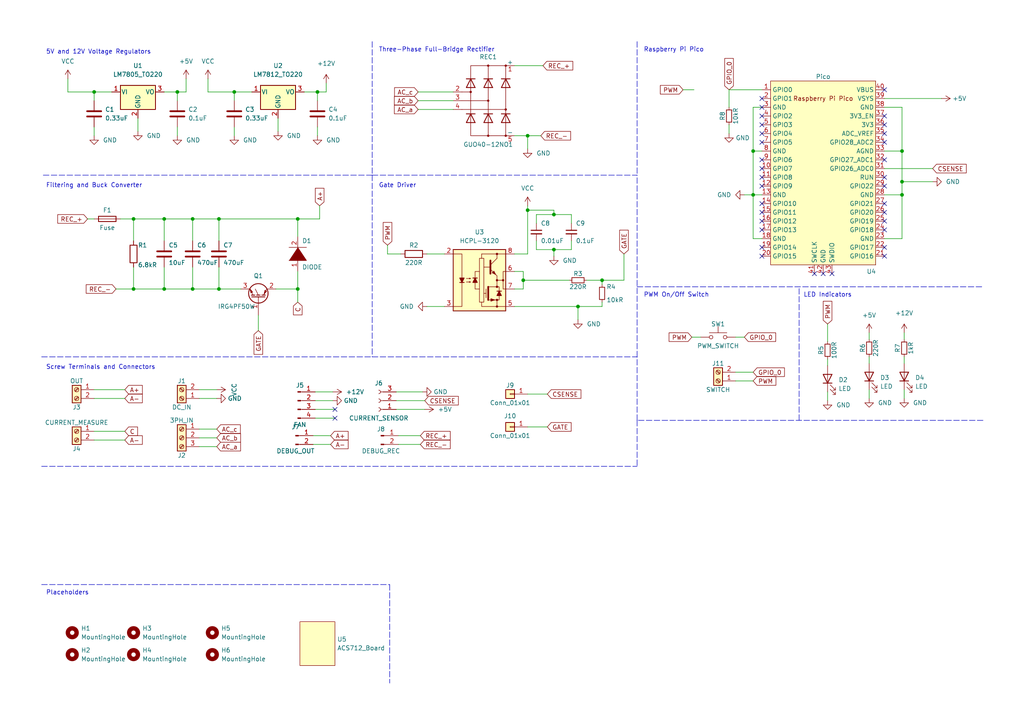
<source format=kicad_sch>
(kicad_sch (version 20211123) (generator eeschema)
  (paper "A4")
  (title_block (title "DC Motor Drive") (date "2022-12-28") (rev "V3") (company "MeteK") (comment 1 "Metehan Küçükler"))
  (lib_symbols
    (symbol "Connector:Conn_01x02_Male" (pin_names (offset 1.016) hide)
      (property "Reference" "J" (at 0 2.54 0))
      (property "Value" "Conn_01x02_Male" (at 0 -5.08 0))
      (symbol "Conn_01x02_Male_1_1"
        (pin passive line (at 5.08 0 180) (length 3.81) (name "Pin_1") (number "1"))
        (pin passive line (at 5.08 -2.54 180) (length 3.81) (name "Pin_2") (number "2"))
      )
    )
    (symbol "Connector:Conn_01x03_Female" (pin_names (offset 1.016) hide)
      (property "Reference" "J" (at 0 5.08 0))
      (property "Value" "Conn_01x03_Female" (at 0 -5.08 0))
      (symbol "Conn_01x03_Female_1_1"
        (pin passive line (at -5.08 2.54 0) (length 3.81) (name "Pin_1") (number "1"))
        (pin passive line (at -5.08 0 0) (length 3.81) (name "Pin_2") (number "2"))
        (pin passive line (at -5.08 -2.54 0) (length 3.81) (name "Pin_3") (number "3"))
      )
    )
    (symbol "Connector:Conn_01x04_Male" (pin_names (offset 1.016) hide)
      (property "Reference" "J" (at 0 5.08 0))
      (property "Value" "Conn_01x04_Male" (at 0 -7.62 0))
      (symbol "Conn_01x04_Male_1_1"
        (pin passive line (at 5.08 2.54 180) (length 3.81) (name "Pin_1") (number "1"))
        (pin passive line (at 5.08 0 180) (length 3.81) (name "Pin_2") (number "2"))
        (pin passive line (at 5.08 -2.54 180) (length 3.81) (name "Pin_3") (number "3"))
        (pin passive line (at 5.08 -5.08 180) (length 3.81) (name "Pin_4") (number "4"))
      )
    )
    (symbol "Connector:Screw_Terminal_01x02" (pin_names (offset 1.016) hide)
      (property "Reference" "J" (at 0 2.54 0))
      (property "Value" "Screw_Terminal_01x02" (at 0 -5.08 0))
      (symbol "Screw_Terminal_01x02_1_1"
        (pin passive line (at -5.08 0 0) (length 3.81) (name "Pin_1") (number "1"))
        (pin passive line (at -5.08 -2.54 0) (length 3.81) (name "Pin_2") (number "2"))
      )
    )
    (symbol "Connector:Screw_Terminal_01x03" (pin_names (offset 1.016) hide)
      (property "Reference" "J" (at 0 5.08 0))
      (property "Value" "Screw_Terminal_01x03" (at 0 -5.08 0))
      (symbol "Screw_Terminal_01x03_1_1"
        (pin passive line (at -5.08 2.54 0) (length 3.81) (name "Pin_1") (number "1"))
        (pin passive line (at -5.08 0 0) (length 3.81) (name "Pin_2") (number "2"))
        (pin passive line (at -5.08 -2.54 0) (length 3.81) (name "Pin_3") (number "3"))
      )
    )
    (symbol "Connector_Generic:Conn_01x01" (pin_names (offset 1.016) hide)
      (property "Reference" "J" (at 0 2.54 0))
      (property "Value" "Conn_01x01" (at 0 -2.54 0))
      (symbol "Conn_01x01_1_1"
        (pin passive line (at -5.08 0 0) (length 3.81) (name "Pin_1") (number "1"))
      )
    )
    (symbol "Device:C" (pin_numbers hide) (pin_names (offset 0.254))
      (property "Reference" "C" (at 0.635 2.54 0))
      (property "Value" "C" (at 0.635 -2.54 0))
      (symbol "C_1_1"
        (pin passive line (at 0 3.81 270) (length 2.794) (name "~") (number "1"))
        (pin passive line (at 0 -3.81 90) (length 2.794) (name "~") (number "2"))
      )
    )
    (symbol "Device:C_Small" (pin_numbers hide) (pin_names (offset 0.254) hide)
      (property "Reference" "C" (at 0.254 1.778 0))
      (property "Value" "C_Small" (at 0.254 -2.032 0))
      (symbol "C_Small_1_1"
        (pin passive line (at 0 2.54 270) (length 2.032) (name "~") (number "1"))
        (pin passive line (at 0 -2.54 90) (length 2.032) (name "~") (number "2"))
      )
    )
    (symbol "Device:Fuse" (pin_numbers hide) (pin_names (offset 0))
      (property "Reference" "F" (at 2.032 0 90))
      (property "Value" "Fuse" (at -1.905 0 90))
      (symbol "Fuse_1_1"
        (pin passive line (at 0 3.81 270) (length 1.27) (name "~") (number "1"))
        (pin passive line (at 0 -3.81 90) (length 1.27) (name "~") (number "2"))
      )
    )
    (symbol "Device:LED" (pin_numbers hide) (pin_names (offset 1.016) hide)
      (property "Reference" "D" (at 0 2.54 0))
      (property "Value" "LED" (at 0 -2.54 0))
      (symbol "LED_1_1"
        (pin passive line (at -3.81 0 0) (length 2.54) (name "K") (number "1"))
        (pin passive line (at 3.81 0 180) (length 2.54) (name "A") (number "2"))
      )
    )
    (symbol "Device:R" (pin_numbers hide) (pin_names (offset 0))
      (property "Reference" "R" (at 2.032 0 90))
      (property "Value" "R" (at 0 0 90))
      (symbol "R_1_1"
        (pin passive line (at 0 3.81 270) (length 1.27) (name "~") (number "1"))
        (pin passive line (at 0 -3.81 90) (length 1.27) (name "~") (number "2"))
      )
    )
    (symbol "Device:R_Small" (pin_numbers hide) (pin_names (offset 0.254) hide)
      (property "Reference" "R" (at 0.762 0.508 0))
      (property "Value" "R_Small" (at 0.762 -1.016 0))
      (symbol "R_Small_1_1"
        (pin passive line (at 0 2.54 270) (length 0.762) (name "~") (number "1"))
        (pin passive line (at 0 -2.54 90) (length 0.762) (name "~") (number "2"))
      )
    )
    (symbol "Diode_Bridge:GUO40-12NO1" (pin_names (offset 0))
      (property "Reference" "D" (at 0 17.78 0))
      (property "Value" "GUO40-12NO1" (at 0 15.24 0))
      (symbol "GUO40-12NO1_1_1"
        (pin passive line (at 7.62 10.16 180) (length 2.54) (name "+") (number "1"))
        (pin passive line (at -10.16 2.54 0) (length 2.54) (name "~") (number "2"))
        (pin passive line (at -10.16 0 0) (length 2.54) (name "~") (number "3"))
        (pin passive line (at -10.16 -2.54 0) (length 2.54) (name "~") (number "4"))
        (pin passive line (at 7.62 -10.16 180) (length 2.54) (name "-") (number "5"))
      )
    )
    (symbol "Driver_FET:HCPL-3120" (pin_names hide)
      (property "Reference" "U" (at 0 12.7 0))
      (property "Value" "HCPL-3120" (at 0 10.16 0))
      (symbol "HCPL-3120_1_1"
        (pin no_connect line (at -7.62 2.54 0) (length 2.54) hide (name "NC") (number "1"))
        (pin passive line (at -10.16 7.62 0) (length 2.54) (name "A") (number "2"))
        (pin passive line (at -10.16 -7.62 0) (length 2.54) (name "C") (number "3"))
        (pin no_connect line (at -7.62 -2.54 0) (length 2.54) hide (name "NC") (number "4"))
        (pin power_out line (at 10.16 -7.62 180) (length 2.54) (name "VEE") (number "5"))
        (pin output line (at 10.16 2.54 180) (length 2.54) (name "VO") (number "6"))
        (pin output line (at 10.16 -2.54 180) (length 2.54) (name "VO") (number "7"))
        (pin power_in line (at 10.16 7.62 180) (length 2.54) (name "VCC") (number "8"))
      )
    )
    (symbol "MCU_RaspberryPi_and_Boards:Pico"
      (property "Reference" "U" (at -13.97 27.94 0))
      (property "Value" "Pico" (at 0 19.05 0))
      (symbol "Pico_0_0"
        (text "Raspberry Pi Pico" (at 0 21.59 0) (effects (font (size 1.27 1.27))))
      )
      (symbol "Pico_1_1"
        (pin bidirectional line (at -17.78 24.13 0) (length 2.54) (name "GPIO0") (number "1"))
        (pin bidirectional line (at -17.78 1.27 0) (length 2.54) (name "GPIO7") (number "10"))
        (pin bidirectional line (at -17.78 -1.27 0) (length 2.54) (name "GPIO8") (number "11"))
        (pin bidirectional line (at -17.78 -3.81 0) (length 2.54) (name "GPIO9") (number "12"))
        (pin power_in line (at -17.78 -6.35 0) (length 2.54) (name "GND") (number "13"))
        (pin bidirectional line (at -17.78 -8.89 0) (length 2.54) (name "GPIO10") (number "14"))
        (pin bidirectional line (at -17.78 -11.43 0) (length 2.54) (name "GPIO11") (number "15"))
        (pin bidirectional line (at -17.78 -13.97 0) (length 2.54) (name "GPIO12") (number "16"))
        (pin bidirectional line (at -17.78 -16.51 0) (length 2.54) (name "GPIO13") (number "17"))
        (pin power_in line (at -17.78 -19.05 0) (length 2.54) (name "GND") (number "18"))
        (pin bidirectional line (at -17.78 -21.59 0) (length 2.54) (name "GPIO14") (number "19"))
        (pin bidirectional line (at -17.78 21.59 0) (length 2.54) (name "GPIO1") (number "2"))
        (pin bidirectional line (at -17.78 -24.13 0) (length 2.54) (name "GPIO15") (number "20"))
        (pin bidirectional line (at 17.78 -24.13 180) (length 2.54) (name "GPIO16") (number "21"))
        (pin bidirectional line (at 17.78 -21.59 180) (length 2.54) (name "GPIO17") (number "22"))
        (pin power_in line (at 17.78 -19.05 180) (length 2.54) (name "GND") (number "23"))
        (pin bidirectional line (at 17.78 -16.51 180) (length 2.54) (name "GPIO18") (number "24"))
        (pin bidirectional line (at 17.78 -13.97 180) (length 2.54) (name "GPIO19") (number "25"))
        (pin bidirectional line (at 17.78 -11.43 180) (length 2.54) (name "GPIO20") (number "26"))
        (pin bidirectional line (at 17.78 -8.89 180) (length 2.54) (name "GPIO21") (number "27"))
        (pin power_in line (at 17.78 -6.35 180) (length 2.54) (name "GND") (number "28"))
        (pin bidirectional line (at 17.78 -3.81 180) (length 2.54) (name "GPIO22") (number "29"))
        (pin power_in line (at -17.78 19.05 0) (length 2.54) (name "GND") (number "3"))
        (pin input line (at 17.78 -1.27 180) (length 2.54) (name "RUN") (number "30"))
        (pin bidirectional line (at 17.78 1.27 180) (length 2.54) (name "GPIO26_ADC0") (number "31"))
        (pin bidirectional line (at 17.78 3.81 180) (length 2.54) (name "GPIO27_ADC1") (number "32"))
        (pin power_in line (at 17.78 6.35 180) (length 2.54) (name "AGND") (number "33"))
        (pin bidirectional line (at 17.78 8.89 180) (length 2.54) (name "GPIO28_ADC2") (number "34"))
        (pin power_in line (at 17.78 11.43 180) (length 2.54) (name "ADC_VREF") (number "35"))
        (pin power_in line (at 17.78 13.97 180) (length 2.54) (name "3V3") (number "36"))
        (pin input line (at 17.78 16.51 180) (length 2.54) (name "3V3_EN") (number "37"))
        (pin bidirectional line (at 17.78 19.05 180) (length 2.54) (name "GND") (number "38"))
        (pin power_in line (at 17.78 21.59 180) (length 2.54) (name "VSYS") (number "39"))
        (pin bidirectional line (at -17.78 16.51 0) (length 2.54) (name "GPIO2") (number "4"))
        (pin power_in line (at 17.78 24.13 180) (length 2.54) (name "VBUS") (number "40"))
        (pin input line (at -2.54 -29.21 90) (length 2.54) (name "SWCLK") (number "41"))
        (pin power_in line (at 0 -29.21 90) (length 2.54) (name "GND") (number "42"))
        (pin bidirectional line (at 2.54 -29.21 90) (length 2.54) (name "SWDIO") (number "43"))
        (pin bidirectional line (at -17.78 13.97 0) (length 2.54) (name "GPIO3") (number "5"))
        (pin bidirectional line (at -17.78 11.43 0) (length 2.54) (name "GPIO4") (number "6"))
        (pin bidirectional line (at -17.78 8.89 0) (length 2.54) (name "GPIO5") (number "7"))
        (pin power_in line (at -17.78 6.35 0) (length 2.54) (name "GND") (number "8"))
        (pin bidirectional line (at -17.78 3.81 0) (length 2.54) (name "GPIO6") (number "9"))
      )
    )
    (symbol "Mechanical:MountingHole" (pin_names (offset 1.016))
      (property "Reference" "H" (at 0 5.08 0))
      (property "Value" "MountingHole" (at 0 3.175 0))
    )
    (symbol "New_Library:ACS712_Board"
      (property "Reference" "U" (at 0 0 0))
      (property "Value" "ACS712_Board" (at 0 0 0))
    )
    (symbol "Regulator_Linear:LM7805_TO220" (pin_names (offset 0.254))
      (property "Reference" "U" (at -3.81 3.175 0))
      (property "Value" "LM7805_TO220" (at 0 3.175 0))
      (symbol "LM7805_TO220_1_1"
        (pin power_in line (at -7.62 0 0) (length 2.54) (name "VI") (number "1"))
        (pin power_in line (at 0 -7.62 90) (length 2.54) (name "GND") (number "2"))
        (pin power_out line (at 7.62 0 180) (length 2.54) (name "VO") (number "3"))
      )
    )
    (symbol "Regulator_Linear:LM7812_TO220" (pin_names (offset 0.254))
      (property "Reference" "U" (at -3.81 3.175 0))
      (property "Value" "LM7812_TO220" (at 0 3.175 0))
      (symbol "LM7812_TO220_1_1"
        (pin power_in line (at -7.62 0 0) (length 2.54) (name "VI") (number "1"))
        (pin power_in line (at 0 -7.62 90) (length 2.54) (name "GND") (number "2"))
        (pin power_out line (at 7.62 0 180) (length 2.54) (name "VO") (number "3"))
      )
    )
    (symbol "Switch:SW_Push" (pin_numbers hide) (pin_names (offset 1.016) hide)
      (property "Reference" "SW" (at 1.27 2.54 0))
      (property "Value" "SW_Push" (at 0 -1.524 0))
      (symbol "SW_Push_0_1"
        (pin passive line (at -5.08 0 0) (length 2.54) (name "1") (number "1"))
        (pin passive line (at 5.08 0 180) (length 2.54) (name "2") (number "2"))
      )
    )
    (symbol "Transistor_IGBT:IRG4PF50W" (pin_names (offset 0) hide)
      (property "Reference" "Q" (at 5.08 1.905 0))
      (property "Value" "IRG4PF50W" (at 5.08 0 0))
      (symbol "IRG4PF50W_1_1"
        (pin input line (at -5.08 0 0) (length 5.08) (name "G") (number "1"))
        (pin passive line (at 2.54 5.08 270) (length 2.54) (name "C") (number "2"))
        (pin passive line (at 2.54 -5.08 90) (length 2.54) (name "E") (number "3"))
      )
    )
    (symbol "power:+12V" (power) (pin_names (offset 0))
      (property "Value" "+12V" (at 0 3.556 0))
      (symbol "+12V_1_1"
        (pin power_in line (at 0 0 90) (length 0) hide (name "+12V") (number "1"))
      )
    )
    (symbol "power:+5V" (power) (pin_names (offset 0))
      (property "Value" "+5V" (at 0 3.556 0))
      (symbol "+5V_1_1"
        (pin power_in line (at 0 0 90) (length 0) hide (name "+5V") (number "1"))
      )
    )
    (symbol "power:GND" (power) (pin_names (offset 0))
      (property "Value" "GND" (at 0 -3.81 0))
      (symbol "GND_1_1"
        (pin power_in line (at 0 0 270) (length 0) hide (name "GND") (number "1"))
      )
    )
    (symbol "power:VCC" (power) (pin_names (offset 0))
      (property "Value" "VCC" (at 0 3.81 0))
      (symbol "VCC_1_1"
        (pin power_in line (at 0 0 90) (length 0) hide (name "VCC") (number "1"))
      )
    )
    (symbol "pspice:DIODE" (pin_names (offset 1.016) hide)
      (property "Reference" "D" (at 0 3.81 0))
      (property "Value" "DIODE" (at 0 -4.445 0))
      (symbol "DIODE_1_1"
        (pin input line (at -5.08 0 0) (length 3.81) (name "K") (number "1"))
        (pin input line (at 5.08 0 180) (length 3.81) (name "A") (number "2"))
      )
    )
  )
  (junction (at 47.625 83.82))
  (junction (at 27.305 26.67))
  (junction (at 38.735 83.82))
  (junction (at 261.62 52.705))
  (junction (at 86.36 83.82))
  (junction (at 92.075 26.67))
  (junction (at 261.62 56.515))
  (junction (at 55.88 63.5))
  (junction (at 55.88 83.82))
  (junction (at 47.625 63.5))
  (junction (at 160.655 62.23))
  (junction (at 167.64 88.9))
  (junction (at 63.5 63.5))
  (junction (at 160.655 72.39))
  (junction (at 218.44 56.515))
  (junction (at 153.035 39.37))
  (junction (at 38.735 63.5))
  (junction (at 67.945 26.67))
  (junction (at 86.36 63.5))
  (junction (at 153.035 60.96))
  (junction (at 51.435 26.67))
  (junction (at 63.5 83.82))
  (junction (at 261.62 43.815))
  (junction (at 151.765 81.28))
  (junction (at 174.625 81.28))
  (junction (at 218.44 43.815))
  (no_connect (at 220.98 51.435))
  (no_connect (at 220.98 48.895))
  (no_connect (at 220.98 59.055))
  (no_connect (at 220.98 64.135))
  (no_connect (at 220.98 71.755))
  (no_connect (at 220.98 28.575))
  (no_connect (at 256.54 64.135))
  (no_connect (at 256.54 66.675))
  (no_connect (at 220.98 38.735))
  (no_connect (at 256.54 59.055))
  (no_connect (at 236.22 79.375))
  (no_connect (at 256.54 46.355))
  (no_connect (at 220.98 74.295))
  (no_connect (at 220.98 31.115))
  (no_connect (at 256.54 26.035))
  (no_connect (at 256.54 38.735))
  (no_connect (at 220.98 41.275))
  (no_connect (at 220.98 61.595))
  (no_connect (at 256.54 33.655))
  (no_connect (at 256.54 41.275))
  (no_connect (at 238.76 79.375))
  (no_connect (at 256.54 51.435))
  (no_connect (at 220.98 33.655))
  (no_connect (at 220.98 36.195))
  (no_connect (at 97.155 118.745))
  (no_connect (at 241.3 79.375))
  (no_connect (at 256.54 74.295))
  (no_connect (at 220.98 46.355))
  (no_connect (at 256.54 71.755))
  (no_connect (at 97.155 121.285))
  (no_connect (at 256.54 36.195))
  (no_connect (at 256.54 53.975))
  (no_connect (at 220.98 66.675))
  (no_connect (at 256.54 61.595))
  (no_connect (at 220.98 53.975))
  (wire (pts (xy 121.92 126.365) (xy 115.57 126.365)))
  (wire (pts (xy 256.54 43.815) (xy 261.62 43.815)))
  (wire (pts (xy 170.18 81.28) (xy 174.625 81.28)))
  (wire (pts (xy 218.44 56.515) (xy 220.98 56.515)))
  (wire (pts (xy 63.5 77.47) (xy 63.5 83.82)))
  (wire (pts (xy 38.735 77.47) (xy 38.735 83.82)))
  (wire (pts (xy 27.305 26.67) (xy 32.385 26.67)))
  (wire (pts (xy 158.75 114.3) (xy 153.035 114.3)))
  (wire (pts (xy 211.455 31.115) (xy 211.455 26.035)))
  (wire (pts (xy 63.5 69.85) (xy 63.5 63.5)))
  (wire (pts (xy 63.5 83.82) (xy 69.85 83.82)))
  (wire (pts (xy 123.825 88.9) (xy 128.905 88.9)))
  (wire (pts (xy 211.455 38.735) (xy 211.455 36.195)))
  (wire (pts (xy 218.44 69.215) (xy 220.98 69.215)))
  (wire (pts (xy 121.285 31.75) (xy 131.445 31.75)))
  (wire (pts (xy 261.62 52.705) (xy 261.62 56.515)))
  (wire (pts (xy 256.54 28.575) (xy 273.05 28.575)))
  (wire (pts (xy 92.075 36.83) (xy 92.075 39.37)))
  (polyline (pts (xy 184.785 103.505) (xy 184.785 50.8)))
  (polyline (pts (xy 285.115 121.92) (xy 184.785 121.92)))
  (wire (pts (xy 149.225 19.05) (xy 157.48 19.05)))
  (wire (pts (xy 27.305 127.635) (xy 36.195 127.635)))
  (wire (pts (xy 38.735 63.5) (xy 47.625 63.5)))
  (wire (pts (xy 261.62 52.705) (xy 270.51 52.705)))
  (wire (pts (xy 262.255 98.425) (xy 262.255 96.52)))
  (wire (pts (xy 67.945 26.67) (xy 67.945 29.21)))
  (polyline (pts (xy 12.065 169.545) (xy 113.03 169.545)))
  (wire (pts (xy 55.88 63.5) (xy 63.5 63.5)))
  (wire (pts (xy 86.36 78.74) (xy 86.36 83.82)))
  (wire (pts (xy 261.62 43.815) (xy 261.62 52.705)))
  (wire (pts (xy 155.575 69.85) (xy 155.575 72.39)))
  (wire (pts (xy 92.71 59.69) (xy 92.71 63.5)))
  (wire (pts (xy 55.88 69.85) (xy 55.88 63.5)))
  (wire (pts (xy 213.36 97.79) (xy 215.9 97.79)))
  (wire (pts (xy 27.305 26.67) (xy 27.305 29.21)))
  (wire (pts (xy 57.785 113.03) (xy 62.865 113.03)))
  (wire (pts (xy 149.225 88.9) (xy 167.64 88.9)))
  (wire (pts (xy 174.625 87.63) (xy 174.625 88.9)))
  (wire (pts (xy 200.66 97.79) (xy 203.2 97.79)))
  (wire (pts (xy 53.975 22.86) (xy 53.975 26.67)))
  (wire (pts (xy 55.88 83.82) (xy 55.88 77.47)))
  (wire (pts (xy 63.5 63.5) (xy 86.36 63.5)))
  (wire (pts (xy 67.945 26.67) (xy 73.025 26.67)))
  (polyline (pts (xy 107.95 12.065) (xy 107.95 50.8)))
  (wire (pts (xy 91.44 118.745) (xy 97.155 118.745)))
  (wire (pts (xy 256.54 56.515) (xy 261.62 56.515)))
  (wire (pts (xy 174.625 81.28) (xy 174.625 82.55)))
  (wire (pts (xy 215.9 56.515) (xy 218.44 56.515)))
  (wire (pts (xy 92.075 26.67) (xy 94.615 26.67)))
  (wire (pts (xy 261.62 56.515) (xy 261.62 69.215)))
  (wire (pts (xy 60.325 26.67) (xy 67.945 26.67)))
  (wire (pts (xy 121.285 26.67) (xy 131.445 26.67)))
  (polyline (pts (xy 12.065 135.255) (xy 184.785 135.255)))
  (wire (pts (xy 167.64 92.71) (xy 167.64 88.9)))
  (wire (pts (xy 86.36 83.82) (xy 86.36 87.63)))
  (wire (pts (xy 160.655 62.23) (xy 165.735 62.23)))
  (wire (pts (xy 51.435 26.67) (xy 53.975 26.67)))
  (wire (pts (xy 262.255 103.505) (xy 262.255 105.41)))
  (wire (pts (xy 112.395 73.66) (xy 116.205 73.66)))
  (wire (pts (xy 153.035 73.66) (xy 149.225 73.66)))
  (wire (pts (xy 47.625 83.82) (xy 55.88 83.82)))
  (wire (pts (xy 38.735 83.82) (xy 47.625 83.82)))
  (wire (pts (xy 51.435 26.67) (xy 51.435 29.21)))
  (polyline (pts (xy 107.95 50.8) (xy 12.065 50.8)))
  (wire (pts (xy 252.095 103.505) (xy 252.095 105.41)))
  (wire (pts (xy 91.44 116.205) (xy 96.52 116.205)))
  (wire (pts (xy 121.92 128.905) (xy 115.57 128.905)))
  (wire (pts (xy 218.44 43.815) (xy 220.98 43.815)))
  (wire (pts (xy 256.54 48.895) (xy 270.51 48.895)))
  (wire (pts (xy 92.71 63.5) (xy 86.36 63.5)))
  (wire (pts (xy 180.975 73.66) (xy 180.975 81.28)))
  (wire (pts (xy 33.655 83.82) (xy 38.735 83.82)))
  (wire (pts (xy 88.265 26.67) (xy 92.075 26.67)))
  (wire (pts (xy 256.54 31.115) (xy 261.62 31.115)))
  (wire (pts (xy 218.44 56.515) (xy 218.44 43.815)))
  (wire (pts (xy 27.305 125.095) (xy 36.195 125.095)))
  (wire (pts (xy 261.62 31.115) (xy 261.62 43.815)))
  (wire (pts (xy 151.765 83.82) (xy 149.225 83.82)))
  (wire (pts (xy 160.655 74.295) (xy 160.655 72.39)))
  (wire (pts (xy 94.615 24.13) (xy 94.615 26.67)))
  (wire (pts (xy 95.885 126.365) (xy 90.805 126.365)))
  (wire (pts (xy 47.625 26.67) (xy 51.435 26.67)))
  (wire (pts (xy 19.685 26.67) (xy 27.305 26.67)))
  (wire (pts (xy 27.305 115.57) (xy 36.195 115.57)))
  (polyline (pts (xy 184.785 83.185) (xy 285.115 83.185)))
  (wire (pts (xy 19.685 22.86) (xy 19.685 26.67)))
  (wire (pts (xy 38.735 63.5) (xy 38.735 69.85)))
  (wire (pts (xy 153.035 59.69) (xy 153.035 60.96)))
  (wire (pts (xy 57.785 129.54) (xy 62.865 129.54)))
  (wire (pts (xy 252.095 98.425) (xy 252.095 96.52)))
  (wire (pts (xy 34.925 63.5) (xy 38.735 63.5)))
  (wire (pts (xy 151.765 81.28) (xy 165.1 81.28)))
  (wire (pts (xy 80.645 34.29) (xy 80.645 38.1)))
  (wire (pts (xy 57.785 115.57) (xy 62.865 115.57)))
  (polyline (pts (xy 113.03 169.545) (xy 113.03 198.12)))
  (wire (pts (xy 218.44 31.115) (xy 220.98 31.115)))
  (wire (pts (xy 155.575 72.39) (xy 160.655 72.39)))
  (wire (pts (xy 218.44 110.49) (xy 213.36 110.49)))
  (wire (pts (xy 74.93 95.885) (xy 74.93 91.44)))
  (wire (pts (xy 91.44 113.665) (xy 96.52 113.665)))
  (wire (pts (xy 80.01 83.82) (xy 86.36 83.82)))
  (polyline (pts (xy 107.95 103.505) (xy 184.785 103.505)))
  (wire (pts (xy 218.44 56.515) (xy 218.44 69.215)))
  (polyline (pts (xy 12.065 103.505) (xy 107.95 103.505)))
  (polyline (pts (xy 231.775 121.92) (xy 231.775 83.185)))
  (polyline (pts (xy 184.785 121.92) (xy 184.785 103.505)))
  (wire (pts (xy 153.035 43.18) (xy 153.035 39.37)))
  (wire (pts (xy 27.305 36.83) (xy 27.305 39.37)))
  (wire (pts (xy 167.64 88.9) (xy 174.625 88.9)))
  (wire (pts (xy 55.88 83.82) (xy 63.5 83.82)))
  (wire (pts (xy 47.625 63.5) (xy 47.625 69.85)))
  (wire (pts (xy 91.44 121.285) (xy 97.155 121.285)))
  (wire (pts (xy 57.785 124.46) (xy 62.865 124.46)))
  (wire (pts (xy 174.625 81.28) (xy 180.975 81.28)))
  (wire (pts (xy 240.03 113.665) (xy 240.03 116.205)))
  (wire (pts (xy 160.655 60.96) (xy 160.655 62.23)))
  (wire (pts (xy 198.12 26.035) (xy 201.295 26.035)))
  (wire (pts (xy 151.765 78.74) (xy 151.765 81.28)))
  (wire (pts (xy 114.935 113.665) (xy 122.555 113.665)))
  (wire (pts (xy 149.225 39.37) (xy 153.035 39.37)))
  (wire (pts (xy 165.735 72.39) (xy 165.735 69.85)))
  (wire (pts (xy 67.945 36.83) (xy 67.945 39.37)))
  (wire (pts (xy 60.325 22.86) (xy 60.325 26.67)))
  (wire (pts (xy 252.095 113.03) (xy 252.095 115.57)))
  (wire (pts (xy 240.03 93.98) (xy 240.03 99.06)))
  (wire (pts (xy 256.54 69.215) (xy 261.62 69.215)))
  (wire (pts (xy 123.825 73.66) (xy 128.905 73.66)))
  (wire (pts (xy 114.935 116.205) (xy 123.19 116.205)))
  (wire (pts (xy 262.255 113.03) (xy 262.255 115.57)))
  (wire (pts (xy 218.44 43.815) (xy 218.44 31.115)))
  (wire (pts (xy 86.36 63.5) (xy 86.36 68.58)))
  (wire (pts (xy 57.785 127) (xy 62.865 127)))
  (wire (pts (xy 153.035 39.37) (xy 156.845 39.37)))
  (wire (pts (xy 211.455 26.035) (xy 220.98 26.035)))
  (wire (pts (xy 25.4 63.5) (xy 27.305 63.5)))
  (polyline (pts (xy 184.785 12.065) (xy 184.785 50.8)))
  (wire (pts (xy 92.075 26.67) (xy 92.075 29.21)))
  (wire (pts (xy 153.035 60.96) (xy 153.035 73.66)))
  (wire (pts (xy 47.625 63.5) (xy 55.88 63.5)))
  (wire (pts (xy 158.75 123.825) (xy 153.035 123.825)))
  (wire (pts (xy 121.285 29.21) (xy 131.445 29.21)))
  (wire (pts (xy 114.935 118.745) (xy 123.19 118.745)))
  (wire (pts (xy 160.655 72.39) (xy 165.735 72.39)))
  (wire (pts (xy 95.885 128.905) (xy 90.805 128.905)))
  (wire (pts (xy 218.44 107.95) (xy 213.36 107.95)))
  (polyline (pts (xy 107.95 50.8) (xy 107.95 103.505)))
  (wire (pts (xy 153.035 60.96) (xy 160.655 60.96)))
  (wire (pts (xy 40.005 34.29) (xy 40.005 38.1)))
  (wire (pts (xy 47.625 77.47) (xy 47.625 83.82)))
  (wire (pts (xy 112.395 71.12) (xy 112.395 73.66)))
  (wire (pts (xy 149.225 78.74) (xy 151.765 78.74)))
  (polyline (pts (xy 184.785 121.92) (xy 184.785 135.255)))
  (wire (pts (xy 151.765 81.28) (xy 151.765 83.82)))
  (wire (pts (xy 27.305 113.03) (xy 36.195 113.03)))
  (wire (pts (xy 155.575 64.77) (xy 155.575 62.23)))
  (wire (pts (xy 240.03 104.14) (xy 240.03 106.045)))
  (wire (pts (xy 165.735 62.23) (xy 165.735 64.77)))
  (wire (pts (xy 155.575 62.23) (xy 160.655 62.23)))
  (polyline (pts (xy 107.95 50.8) (xy 184.785 50.8)))
  (wire (pts (xy 51.435 36.83) (xy 51.435 39.37)))
  (text "LED Indicators" (at 233.045 86.36 0) (effects (font (size 1.27 1.27)) (justify left bottom)))
  (text "5V and 12V Voltage Regulators" (at 13.335 15.875 0) (effects (font (size 1.27 1.27)) (justify left bottom)))
  (text "Gate Driver" (at 109.855 54.61 0) (effects (font (size 1.27 1.27)) (justify left bottom)))
  (text "PWM On/Off Switch" (at 186.69 86.36 0) (effects (font (size 1.27 1.27)) (justify left bottom)))
  (text "Placeholders" (at 13.335 172.72 0) (effects (font (size 1.27 1.27)) (justify left bottom)))
  (text "Three-Phase Full-Bridge Rectifier" (at 109.855 15.24 0) (effects (font (size 1.27 1.27)) (justify left bottom)))
  (text "Raspberry Pi Pico" (at 186.69 15.24 0) (effects (font (size 1.27 1.27)) (justify left bottom)))
  (text "Filtering and Buck Converter" (at 13.335 54.61 0) (effects (font (size 1.27 1.27)) (justify left bottom)))
  (text "Screw Terminals and Connectors" (at 13.335 107.315 0) (effects (font (size 1.27 1.27)) (justify left bottom)))
  (global_label "C" (shape input) (at 36.195 125.095 0) (property "Intersheet References" "${INTERSHEET_REFS}" (effects hide)))
  (global_label "AC_c" (shape input) (at 121.285 26.67 180) (property "Intersheet References" "${INTERSHEET_REFS}" (effects hide)))
  (global_label "A+" (shape input) (at 95.885 126.365 0) (property "Intersheet References" "${INTERSHEET_REFS}" (effects hide)))
  (global_label "AC_b" (shape input) (at 62.865 127 0) (property "Intersheet References" "${INTERSHEET_REFS}" (effects hide)))
  (global_label "AC_a" (shape input) (at 121.285 31.75 180) (property "Intersheet References" "${INTERSHEET_REFS}" (effects hide)))
  (global_label "CSENSE" (shape input) (at 158.75 114.3 0) (property "Intersheet References" "${INTERSHEET_REFS}" (effects hide)))
  (global_label "A+" (shape input) (at 92.71 59.69 90) (property "Intersheet References" "${INTERSHEET_REFS}" (effects hide)))
  (global_label "AC_b" (shape input) (at 121.285 29.21 180) (property "Intersheet References" "${INTERSHEET_REFS}" (effects hide)))
  (global_label "PWM" (shape input) (at 240.03 93.98 90) (property "Intersheet References" "${INTERSHEET_REFS}" (effects hide)))
  (global_label "AC_a" (shape input) (at 62.865 129.54 0) (property "Intersheet References" "${INTERSHEET_REFS}" (effects hide)))
  (global_label "REC_+" (shape input) (at 121.92 126.365 0) (property "Intersheet References" "${INTERSHEET_REFS}" (effects hide)))
  (global_label "PWM" (shape input) (at 218.44 110.49 0) (property "Intersheet References" "${INTERSHEET_REFS}" (effects hide)))
  (global_label "REC_+" (shape input) (at 25.4 63.5 180) (property "Intersheet References" "${INTERSHEET_REFS}" (effects hide)))
  (global_label "C" (shape input) (at 86.36 87.63 270) (property "Intersheet References" "${INTERSHEET_REFS}" (effects hide)))
  (global_label "REC_+" (shape input) (at 157.48 19.05 0) (property "Intersheet References" "${INTERSHEET_REFS}" (effects hide)))
  (global_label "REC_-" (shape input) (at 33.655 83.82 180) (property "Intersheet References" "${INTERSHEET_REFS}" (effects hide)))
  (global_label "A+" (shape input) (at 36.195 113.03 0) (property "Intersheet References" "${INTERSHEET_REFS}" (effects hide)))
  (global_label "CSENSE" (shape input) (at 270.51 48.895 0) (property "Intersheet References" "${INTERSHEET_REFS}" (effects hide)))
  (global_label "GPIO_0" (shape input) (at 211.455 26.035 90) (property "Intersheet References" "${INTERSHEET_REFS}" (effects hide)))
  (global_label "GPIO_0" (shape input) (at 218.44 107.95 0) (property "Intersheet References" "${INTERSHEET_REFS}" (effects hide)))
  (global_label "PWM" (shape input) (at 198.12 26.035 180) (property "Intersheet References" "${INTERSHEET_REFS}" (effects hide)))
  (global_label "GATE" (shape input) (at 180.975 73.66 90) (property "Intersheet References" "${INTERSHEET_REFS}" (effects hide)))
  (global_label "CSENSE" (shape input) (at 123.19 116.205 0) (property "Intersheet References" "${INTERSHEET_REFS}" (effects hide)))
  (global_label "GATE" (shape input) (at 74.93 95.885 270) (property "Intersheet References" "${INTERSHEET_REFS}" (effects hide)))
  (global_label "PWM" (shape input) (at 112.395 71.12 90) (property "Intersheet References" "${INTERSHEET_REFS}" (effects hide)))
  (global_label "REC_-" (shape input) (at 156.845 39.37 0) (property "Intersheet References" "${INTERSHEET_REFS}" (effects hide)))
  (global_label "A-" (shape input) (at 95.885 128.905 0) (property "Intersheet References" "${INTERSHEET_REFS}" (effects hide)))
  (global_label "A-" (shape input) (at 36.195 115.57 0) (property "Intersheet References" "${INTERSHEET_REFS}" (effects hide)))
  (global_label "REC_-" (shape input) (at 121.92 128.905 0) (property "Intersheet References" "${INTERSHEET_REFS}" (effects hide)))
  (global_label "A-" (shape input) (at 36.195 127.635 0) (property "Intersheet References" "${INTERSHEET_REFS}" (effects hide)))
  (global_label "GPIO_0" (shape input) (at 215.9 97.79 0) (property "Intersheet References" "${INTERSHEET_REFS}" (effects hide)))
  (global_label "PWM" (shape input) (at 200.66 97.79 180) (property "Intersheet References" "${INTERSHEET_REFS}" (effects hide)))
  (global_label "AC_c" (shape input) (at 62.865 124.46 0) (property "Intersheet References" "${INTERSHEET_REFS}" (effects hide)))
  (global_label "GATE" (shape input) (at 158.75 123.825 0) (property "Intersheet References" "${INTERSHEET_REFS}" (effects hide)))
  (symbol (lib_id "Device:R_Small") (at 174.625 85.09 0) (unit 1)
    (property "Reference" "R4" (at 175.895 83.185 0) (effects (justify left)))
    (property "Value" "10kR" (at 175.895 86.995 0) (effects (justify left)))
    (property "Footprint" "Resistor_SMD:R_1206_3216Metric_Pad1.30x1.75mm_HandSolder" (effects hide))
  )
  (symbol (lib_id "power:GND") (at 92.075 39.37 0) (unit 1)
    (property "Reference" "#PWR0127" (effects hide))
    (property "Value" "GND" (at 94.615 40.6399 0) (effects (justify left)))
  )
  (symbol (lib_id "Device:C") (at 63.5 73.66 0) (unit 1)
    (property "Reference" "C7" (at 64.77 71.12 0) (effects (justify left)))
    (property "Value" "470uF" (at 64.77 76.2 0) (effects (justify left)))
    (property "Footprint" "CUSTOM_FOOTPRINTS:CP_Radial_D35.0mm_H50.0mm_P10.00mm_SnapIn" (effects hide))
  )
  (symbol (lib_id "Mechanical:MountingHole") (at 20.955 183.515 0) (unit 1)
    (property "Reference" "H1" (at 23.495 182.2449 0) (effects (justify left)))
    (property "Value" "MountingHole" (at 23.495 184.7849 0) (effects (justify left)))
    (property "Footprint" "MountingHole:MountingHole_3.2mm_M3_Pad_Via" (effects hide))
  )
  (symbol (lib_id "Device:R_Small") (at 252.095 100.965 180) (unit 1)
    (property "Reference" "R6" (at 250.19 100.965 90))
    (property "Value" "220R" (at 254 100.965 90))
    (property "Footprint" "Resistor_SMD:R_1206_3216Metric_Pad1.30x1.75mm_HandSolder" (effects hide))
  )
  (symbol (lib_id "power:GND") (at 211.455 38.735 0) (unit 1)
    (property "Reference" "#PWR017" (effects hide))
    (property "Value" "GND" (at 213.36 40.0049 0) (effects (justify left)))
  )
  (symbol (lib_id "Switch:SW_Push") (at 208.28 97.79 0) (unit 1) (on_board no)
    (property "Reference" "SW1" (at 208.28 93.98 0))
    (property "Value" "PWM_SWITCH" (at 208.28 100.33 0))
  )
  (symbol (lib_id "power:GND") (at 160.655 74.295 0) (unit 1)
    (property "Reference" "#PWR02" (effects hide))
    (property "Value" "GND" (at 163.195 75.5649 0) (effects (justify left)))
  )
  (symbol (lib_id "Device:C_Small") (at 155.575 67.31 0) (unit 1)
    (property "Reference" "C8" (at 156.845 64.77 0) (effects (justify left)))
    (property "Value" "0.01uF" (at 156.845 69.85 0) (effects (justify left)))
    (property "Footprint" "Capacitor_SMD:C_1206_3216Metric" (effects hide))
  )
  (symbol (lib_id "Connector:Screw_Terminal_01x02") (at 208.28 110.49 180) (unit 1)
    (property "Reference" "J11" (at 208.28 105.41 0))
    (property "Value" "SWITCH" (at 208.28 113.03 0))
    (property "Footprint" "TerminalBlock_Phoenix:TerminalBlock_Phoenix_MPT-0,5-2-2.54_1x02_P2.54mm_Horizontal" (effects hide))
  )
  (symbol (lib_id "MCU_RaspberryPi_and_Boards:Pico") (at 238.76 50.165 0) (unit 1)
    (property "Reference" "U4" (at 252.73 78.74 0))
    (property "Value" "Pico" (at 238.76 22.225 0))
    (property "Footprint" "CUSTOM_FOOTPRINTS:RPi_Pico_SMD_TH" (effects hide))
  )
  (symbol (lib_id "Connector:Conn_01x02_Male") (at 110.49 126.365 0) (unit 1)
    (property "Reference" "J8" (at 110.49 124.46 0))
    (property "Value" "DEBUG_REC" (at 110.49 130.81 0))
    (property "Footprint" "Connector_PinHeader_2.54mm:PinHeader_1x02_P2.54mm_Vertical" (effects hide))
  )
  (symbol (lib_id "Device:C") (at 55.88 73.66 0) (unit 1)
    (property "Reference" "C6" (at 57.15 71.12 0) (effects (justify left)))
    (property "Value" "470uF" (at 57.15 76.2 0) (effects (justify left)))
    (property "Footprint" "CUSTOM_FOOTPRINTS:CP_Radial_D35.0mm_H50.0mm_P10.00mm_SnapIn" (effects hide))
  )
  (symbol (lib_id "power:GND") (at 215.9 56.515 270) (unit 1)
    (property "Reference" "#PWR0102" (effects hide))
    (property "Value" "GND" (at 212.09 56.5149 90) (effects (justify right)))
  )
  (symbol (lib_id "Device:R_Small") (at 262.255 100.965 180) (unit 1)
    (property "Reference" "R7" (at 260.35 100.965 90))
    (property "Value" "1kR" (at 264.16 100.965 90))
    (property "Footprint" "Resistor_SMD:R_1206_3216Metric_Pad1.30x1.75mm_HandSolder" (effects hide))
  )
  (symbol (lib_id "power:+5V") (at 123.19 118.745 270) (unit 1)
    (property "Reference" "#PWR04" (effects hide))
    (property "Value" "+5V" (at 127 118.7449 90) (effects (justify left)))
  )
  (symbol (lib_id "Device:LED") (at 240.03 109.855 90) (unit 1)
    (property "Reference" "D2" (at 243.205 110.1724 90) (effects (justify right)))
    (property "Value" "LED" (at 243.205 112.7124 90) (effects (justify right)))
    (property "Footprint" "LED_THT:LED_D3.0mm" (effects hide))
  )
  (symbol (lib_id "power:VCC") (at 153.035 59.69 0) (unit 1)
    (property "Reference" "#PWR0112" (effects hide))
    (property "Value" "VCC" (at 153.035 54.61 0))
  )
  (symbol (lib_id "Device:C") (at 47.625 73.66 0) (unit 1)
    (property "Reference" "C5" (at 48.895 71.12 0) (effects (justify left)))
    (property "Value" "10uF" (at 48.895 76.2 0) (effects (justify left)))
    (property "Footprint" "Capacitor_THT:C_Rect_L29.0mm_W16.0mm_P27.50mm_MKT" (effects hide))
  )
  (symbol (lib_id "Device:C") (at 92.075 33.02 0) (unit 1)
    (property "Reference" "C4" (at 95.25 31.7499 0) (effects (justify left)))
    (property "Value" "0.1uF" (at 95.25 34.2899 0) (effects (justify left)))
    (property "Footprint" "Capacitor_SMD:C_1206_3216Metric_Pad1.33x1.80mm_HandSolder" (effects hide))
  )
  (symbol (lib_id "Connector:Conn_01x03_Female") (at 109.855 116.205 180) (unit 1)
    (property "Reference" "J6" (at 109.855 111.125 0))
    (property "Value" "CURRENT_SENSOR" (at 109.855 121.285 0))
    (property "Footprint" "Connector_PinSocket_2.54mm:PinSocket_1x03_P2.54mm_Vertical" (effects hide))
  )
  (symbol (lib_id "power:GND") (at 270.51 52.705 90) (unit 1)
    (property "Reference" "#PWR0104" (effects hide))
    (property "Value" "GND" (at 274.32 52.7049 90) (effects (justify right)))
  )
  (symbol (lib_id "power:VCC") (at 60.325 22.86 0) (unit 1)
    (property "Reference" "#PWR0118" (effects hide))
    (property "Value" "VCC" (at 60.325 17.78 0))
  )
  (symbol (lib_id "Connector:Conn_01x02_Male") (at 85.725 126.365 0) (unit 1)
    (property "Reference" "J7" (at 85.725 123.825 0))
    (property "Value" "DEBUG_OUT" (at 85.725 130.81 0))
    (property "Footprint" "Connector_PinHeader_2.54mm:PinHeader_1x02_P2.54mm_Vertical" (effects hide))
  )
  (symbol (lib_id "power:+5V") (at 273.05 28.575 270) (unit 1)
    (property "Reference" "#PWR0101" (effects hide))
    (property "Value" "+5V" (at 276.225 28.5749 90) (effects (justify left)))
  )
  (symbol (lib_id "Transistor_IGBT:IRG4PF50W") (at 74.93 86.36 270) (mirror x) (unit 1)
    (property "Reference" "Q1" (at 74.93 80.01 90))
    (property "Value" "IRG4PF50W" (at 68.58 88.9 90))
    (property "Footprint" "Package_TO_SOT_THT:TO-247-3_Vertical" (effects hide))
    (property "Datasheet" "http://www.irf.com/product-info/datasheets/data/irg4pf50w.pdf" (effects hide))
  )
  (symbol (lib_id "Diode_Bridge:GUO40-12NO1") (at 141.605 29.21 0) (unit 1)
    (property "Reference" "REC1" (at 141.605 16.51 0))
    (property "Value" "GUO40-12NO1" (at 141.605 41.91 0))
    (property "Footprint" "Diode_THT:Diode_Bridge_IXYS_GUFP" (effects hide))
    (property "Datasheet" "https://ixapps.ixys.com/DataSheet/GUO40-12NO1.pdf" (effects hide))
  )
  (symbol (lib_id "power:GND") (at 62.865 115.57 90) (unit 1)
    (property "Reference" "#PWR01" (effects hide))
    (property "Value" "GND" (at 66.04 115.5699 90) (effects (justify right)))
  )
  (symbol (lib_id "Connector:Screw_Terminal_01x02") (at 22.225 125.095 0) (mirror y) (unit 1)
    (property "Reference" "J4" (at 22.225 130.175 0))
    (property "Value" "CURRENT_MEASURE" (at 22.225 122.555 0))
    (property "Footprint" "CUSTOM_FOOTPRINTS:P7.62mm_ScrewTerminal_01x02" (effects hide))
  )
  (symbol (lib_id "power:GND") (at 123.825 88.9 270) (unit 1)
    (property "Reference" "#PWR0113" (effects hide))
    (property "Value" "GND" (at 120.015 88.8999 90) (effects (justify right)))
  )
  (symbol (lib_id "power:VCC") (at 19.685 22.86 0) (unit 1)
    (property "Reference" "#PWR06" (effects hide))
    (property "Value" "VCC" (at 19.685 17.78 0))
  )
  (symbol (lib_id "Regulator_Linear:LM7812_TO220") (at 80.645 26.67 0) (unit 1)
    (property "Reference" "U2" (at 80.645 19.05 0))
    (property "Value" "LM7812_TO220" (at 80.645 21.59 0))
    (property "Footprint" "Package_TO_SOT_THT:TO-220-3_Vertical" (effects hide))
    (property "Datasheet" "https://www.onsemi.cn/PowerSolutions/document/MC7800-D.PDF" (effects hide))
  )
  (symbol (lib_id "power:GND") (at 153.035 43.18 0) (unit 1)
    (property "Reference" "#PWR05" (effects hide))
    (property "Value" "GND" (at 155.575 44.4499 0) (effects (justify left)))
  )
  (symbol (lib_id "Device:LED") (at 262.255 109.22 90) (unit 1)
    (property "Reference" "D4" (at 265.43 109.5374 90) (effects (justify right)))
    (property "Value" "LED" (at 265.43 112.0774 90) (effects (justify right)))
    (property "Footprint" "LED_THT:LED_D3.0mm" (effects hide))
  )
  (symbol (lib_id "power:GND") (at 51.435 39.37 0) (unit 1)
    (property "Reference" "#PWR09" (effects hide))
    (property "Value" "GND" (at 53.975 40.6399 0) (effects (justify left)))
  )
  (symbol (lib_id "Regulator_Linear:LM7805_TO220") (at 40.005 26.67 0) (unit 1)
    (property "Reference" "U1" (at 40.005 19.05 0))
    (property "Value" "LM7805_TO220" (at 40.005 21.59 0))
    (property "Footprint" "Package_TO_SOT_THT:TO-220-3_Vertical" (effects hide))
    (property "Datasheet" "https://www.onsemi.cn/PowerSolutions/document/MC7800-D.PDF" (effects hide))
  )
  (symbol (lib_id "Mechanical:MountingHole") (at 61.595 189.865 0) (unit 1)
    (property "Reference" "H6" (at 64.135 188.5949 0) (effects (justify left)))
    (property "Value" "MountingHole" (at 64.135 191.1349 0) (effects (justify left)))
    (property "Footprint" "MountingHole:MountingHole_2.1mm" (effects hide))
  )
  (symbol (lib_id "Device:R_Small") (at 167.64 81.28 90) (unit 1)
    (property "Reference" "R3" (at 167.64 79.375 90))
    (property "Value" "220R" (at 167.64 83.185 90))
    (property "Footprint" "Resistor_SMD:R_1206_3216Metric_Pad1.30x1.75mm_HandSolder" (effects hide))
  )
  (symbol (lib_id "New_Library:ACS712_Board") (at 92.075 195.58 0) (unit 1)
    (property "Reference" "U5" (at 97.79 185.4199 0) (effects (justify left)))
    (property "Value" "ACS712_Board" (at 97.79 187.9599 0) (effects (justify left)))
    (property "Footprint" "CUSTOM_FOOTPRINTS:Current_sensor" (effects hide))
  )
  (symbol (lib_id "Mechanical:MountingHole") (at 20.955 189.865 0) (unit 1)
    (property "Reference" "H2" (at 23.495 188.5949 0) (effects (justify left)))
    (property "Value" "MountingHole" (at 23.495 191.1349 0) (effects (justify left)))
    (property "Footprint" "MountingHole:MountingHole_3.2mm_M3_Pad_Via" (effects hide))
  )
  (symbol (lib_id "Connector:Screw_Terminal_01x03") (at 52.705 127 0) (mirror y) (unit 1)
    (property "Reference" "J2" (at 52.705 132.08 0))
    (property "Value" "3PH_IN" (at 52.705 121.92 0))
    (property "Footprint" "CUSTOM_FOOTPRINTS:P7.62mm_ScrewTerminal_01x03" (effects hide))
  )
  (symbol (lib_id "power:GND") (at 240.03 116.205 0) (unit 1)
    (property "Reference" "#PWR012" (effects hide))
    (property "Value" "GND" (at 242.57 117.4749 0) (effects (justify left)))
  )
  (symbol (lib_id "Device:C") (at 51.435 33.02 0) (unit 1)
    (property "Reference" "C2" (at 54.61 31.7499 0) (effects (justify left)))
    (property "Value" "0.1uF" (at 54.61 34.2899 0) (effects (justify left)))
    (property "Footprint" "Capacitor_SMD:C_1206_3216Metric_Pad1.33x1.80mm_HandSolder" (effects hide))
  )
  (symbol (lib_id "Mechanical:MountingHole") (at 61.595 183.515 0) (unit 1)
    (property "Reference" "H5" (at 64.135 182.2449 0) (effects (justify left)))
    (property "Value" "MountingHole" (at 64.135 184.7849 0) (effects (justify left)))
    (property "Footprint" "MountingHole:MountingHole_2.1mm" (effects hide))
  )
  (symbol (lib_id "power:+12V") (at 96.52 113.665 270) (unit 1)
    (property "Reference" "#PWR0125" (effects hide))
    (property "Value" "+12V" (at 100.33 113.6649 90) (effects (justify left)))
  )
  (symbol (lib_id "Connector_Generic:Conn_01x01") (at 147.955 123.825 180) (unit 1)
    (property "Reference" "J10" (at 147.955 120.65 0))
    (property "Value" "Conn_01x01" (at 147.955 126.365 0))
    (property "Footprint" "Connector_PinHeader_2.54mm:PinHeader_1x01_P2.54mm_Vertical" (effects hide))
  )
  (symbol (lib_id "power:VCC") (at 62.865 113.03 270) (unit 1)
    (property "Reference" "#PWR0103" (effects hide))
    (property "Value" "VCC" (at 67.945 113.03 0))
  )
  (symbol (lib_id "power:GND") (at 167.64 92.71 0) (unit 1)
    (property "Reference" "#PWR011" (effects hide))
    (property "Value" "GND" (at 170.18 93.9799 0) (effects (justify left)))
  )
  (symbol (lib_id "Driver_FET:HCPL-3120") (at 139.065 81.28 0) (unit 1)
    (property "Reference" "U3" (at 139.065 67.31 0))
    (property "Value" "HCPL-3120" (at 139.065 69.85 0))
    (property "Footprint" "Package_DIP:DIP-8_W7.62mm" (effects hide))
    (property "Datasheet" "https://docs.broadcom.com/docs/AV02-0161EN" (effects hide))
  )
  (symbol (lib_id "Connector:Screw_Terminal_01x02") (at 22.225 113.03 0) (mirror y) (unit 1)
    (property "Reference" "J3" (at 22.225 118.11 0))
    (property "Value" "OUT" (at 22.225 110.49 0))
    (property "Footprint" "CUSTOM_FOOTPRINTS:P7.62mm_ScrewTerminal_01x02" (effects hide))
  )
  (symbol (lib_id "Device:LED") (at 252.095 109.22 90) (unit 1)
    (property "Reference" "D3" (at 255.27 109.5374 90) (effects (justify right)))
    (property "Value" "LED" (at 255.27 112.0774 90) (effects (justify right)))
    (property "Footprint" "LED_THT:LED_D3.0mm" (effects hide))
  )
  (symbol (lib_id "Device:C_Small") (at 165.735 67.31 0) (unit 1)
    (property "Reference" "C9" (at 167.005 64.77 0) (effects (justify left)))
    (property "Value" "0.1uF" (at 167.005 69.85 0) (effects (justify left)))
    (property "Footprint" "Capacitor_SMD:C_1206_3216Metric" (effects hide))
  )
  (symbol (lib_id "Connector:Conn_01x04_Male") (at 86.36 116.205 0) (unit 1)
    (property "Reference" "J5" (at 86.995 111.76 0))
    (property "Value" "FAN" (at 86.995 123.19 0))
    (property "Footprint" "Connector_Phoenix_MSTB:PhoenixContact_MSTBVA_2,5_4-G-5,08_1x04_P5.08mm_Vertical" (effects hide))
  )
  (symbol (lib_id "Mechanical:MountingHole") (at 38.735 189.865 0) (unit 1)
    (property "Reference" "H4" (at 41.275 188.5949 0) (effects (justify left)))
    (property "Value" "MountingHole" (at 41.275 191.1349 0) (effects (justify left)))
    (property "Footprint" "MountingHole:MountingHole_3.2mm_M3_Pad_Via" (effects hide))
  )
  (symbol (lib_id "Connector:Screw_Terminal_01x02") (at 52.705 115.57 180) (unit 1)
    (property "Reference" "J1" (at 52.705 110.49 0))
    (property "Value" "DC_IN" (at 52.705 118.11 0))
    (property "Footprint" "TerminalBlock_Phoenix:TerminalBlock_Phoenix_MKDS-3-2-5.08_1x02_P5.08mm_Horizontal" (effects hide))
  )
  (symbol (lib_id "Connector_Generic:Conn_01x01") (at 147.955 114.3 180) (unit 1)
    (property "Reference" "J9" (at 147.955 111.76 0))
    (property "Value" "Conn_01x01" (at 147.955 116.84 0))
    (property "Footprint" "Connector_PinHeader_2.54mm:PinHeader_1x01_P2.54mm_Vertical" (effects hide))
  )
  (symbol (lib_id "power:GND") (at 40.005 38.1 0) (unit 1)
    (property "Reference" "#PWR08" (effects hide))
    (property "Value" "GND" (at 42.545 39.3699 0) (effects (justify left)))
  )
  (symbol (lib_id "power:GND") (at 252.095 115.57 0) (unit 1)
    (property "Reference" "#PWR014" (effects hide))
    (property "Value" "GND" (at 254.635 116.8399 0) (effects (justify left)))
  )
  (symbol (lib_id "pspice:DIODE") (at 86.36 73.66 90) (unit 1)
    (property "Reference" "D1" (at 87.63 69.85 90) (effects (justify right)))
    (property "Value" "DIODE" (at 87.63 77.47 90) (effects (justify right)))
    (property "Footprint" "Package_TO_SOT_THT:TO-220-2_Vertical" (effects hide))
  )
  (symbol (lib_id "power:GND") (at 67.945 39.37 0) (unit 1)
    (property "Reference" "#PWR0117" (effects hide))
    (property "Value" "GND" (at 70.485 40.6399 0) (effects (justify left)))
  )
  (symbol (lib_id "power:GND") (at 262.255 115.57 0) (unit 1)
    (property "Reference" "#PWR016" (effects hide))
    (property "Value" "GND" (at 264.795 116.8399 0) (effects (justify left)))
  )
  (symbol (lib_id "Device:R_Small") (at 211.455 33.655 180) (unit 1)
    (property "Reference" "R8" (at 209.55 33.655 90))
    (property "Value" "10kR" (at 213.36 33.655 90))
    (property "Footprint" "Resistor_SMD:R_1206_3216Metric_Pad1.30x1.75mm_HandSolder" (effects hide))
  )
  (symbol (lib_id "power:GND") (at 122.555 113.665 90) (unit 1)
    (property "Reference" "#PWR03" (effects hide))
    (property "Value" "GND" (at 125.73 113.6649 90) (effects (justify right)))
  )
  (symbol (lib_id "Device:C") (at 67.945 33.02 0) (unit 1)
    (property "Reference" "C3" (at 71.12 31.7499 0) (effects (justify left)))
    (property "Value" "0.33uF" (at 71.12 34.2899 0) (effects (justify left)))
    (property "Footprint" "Capacitor_SMD:C_1206_3216Metric_Pad1.33x1.80mm_HandSolder" (effects hide))
  )
  (symbol (lib_id "Device:R") (at 120.015 73.66 90) (unit 1)
    (property "Reference" "R2" (at 120.015 71.12 90))
    (property "Value" "220R" (at 120.015 76.2 90))
    (property "Footprint" "Resistor_SMD:R_1206_3216Metric_Pad1.30x1.75mm_HandSolder" (effects hide))
  )
  (symbol (lib_id "power:GND") (at 96.52 116.205 90) (unit 1)
    (property "Reference" "#PWR0126" (effects hide))
    (property "Value" "GND" (at 99.695 116.2049 90) (effects (justify right)))
  )
  (symbol (lib_id "power:+12V") (at 262.255 96.52 0) (unit 1)
    (property "Reference" "#PWR015" (effects hide))
    (property "Value" "+12V" (at 262.255 90.805 0))
  )
  (symbol (lib_id "power:+5V") (at 252.095 96.52 0) (unit 1)
    (property "Reference" "#PWR013" (effects hide))
    (property "Value" "+5V" (at 252.095 91.44 0))
  )
  (symbol (lib_id "Device:R_Small") (at 240.03 101.6 180) (unit 1)
    (property "Reference" "R5" (at 238.125 101.6 90))
    (property "Value" "100R" (at 241.935 101.6 90))
    (property "Footprint" "Resistor_SMD:R_1206_3216Metric_Pad1.30x1.75mm_HandSolder" (effects hide))
  )
  (symbol (lib_id "power:GND") (at 27.305 39.37 0) (unit 1)
    (property "Reference" "#PWR07" (effects hide))
    (property "Value" "GND" (at 29.845 40.6399 0) (effects (justify left)))
  )
  (symbol (lib_id "Device:Fuse") (at 31.115 63.5 90) (unit 1)
    (property "Reference" "F1" (at 31.115 60.96 90))
    (property "Value" "Fuse" (at 31.115 66.04 90))
    (property "Footprint" "Fuse:Fuseholder_Clip-5x20mm_Bel_FC-203-22_Lateral_P17.80x5.00mm_D1.17mm_Horizontal" (effects hide))
  )
  (symbol (lib_id "power:+5V") (at 53.975 22.86 0) (unit 1)
    (property "Reference" "#PWR010" (effects hide))
    (property "Value" "+5V" (at 53.975 17.78 0))
  )
  (symbol (lib_id "Device:C") (at 27.305 33.02 0) (unit 1)
    (property "Reference" "C1" (at 30.48 31.7499 0) (effects (justify left)))
    (property "Value" "0.33uF" (at 30.48 34.2899 0) (effects (justify left)))
    (property "Footprint" "Capacitor_SMD:C_1206_3216Metric_Pad1.33x1.80mm_HandSolder" (effects hide))
  )
  (symbol (lib_id "power:GND") (at 80.645 38.1 0) (unit 1)
    (property "Reference" "#PWR0116" (effects hide))
    (property "Value" "GND" (at 83.185 39.3699 0) (effects (justify left)))
  )
  (symbol (lib_id "Mechanical:MountingHole") (at 38.735 183.515 0) (unit 1)
    (property "Reference" "H3" (at 41.275 182.2449 0) (effects (justify left)))
    (property "Value" "MountingHole" (at 41.275 184.7849 0) (effects (justify left)))
    (property "Footprint" "MountingHole:MountingHole_3.2mm_M3_Pad_Via" (effects hide))
  )
  (symbol (lib_id "power:+12V") (at 94.615 24.13 0) (unit 1)
    (property "Reference" "#PWR0128" (effects hide))
    (property "Value" "+12V" (at 94.615 18.415 0))
  )
  (symbol (lib_id "Device:R") (at 38.735 73.66 0) (unit 1)
    (property "Reference" "R1" (at 40.005 71.12 0) (effects (justify left)))
    (property "Value" "6.8kR" (at 40.005 76.835 0) (effects (justify left)))
    (property "Footprint" "Resistor_THT:R_Axial_Power_L50.0mm_W9.0mm_P55.88mm" (effects hide))
  )
)
</source>
